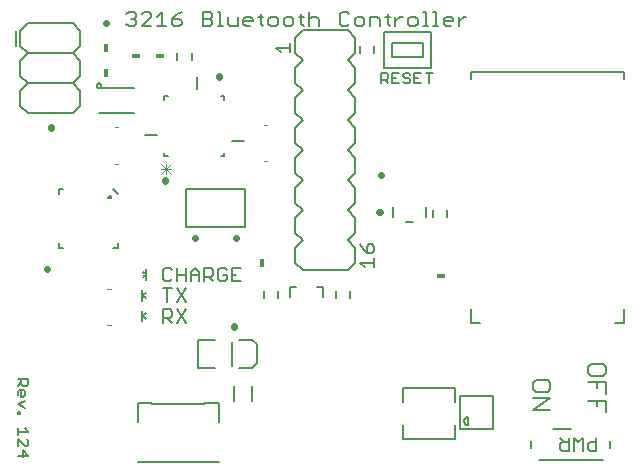
<source format=gto>
G75*
G70*
%OFA0B0*%
%FSLAX24Y24*%
%IPPOS*%
%LPD*%
%AMOC8*
5,1,8,0,0,1.08239X$1,22.5*
%
%ADD10C,0.0050*%
%ADD11C,0.0060*%
%ADD12C,0.0080*%
%ADD13C,0.0070*%
%ADD14C,0.0220*%
%ADD15R,0.0180X0.0300*%
%ADD16C,0.0030*%
%ADD17C,0.0040*%
%ADD18R,0.0300X0.0180*%
D10*
X000365Y000930D02*
X000715Y000930D01*
X000540Y001105D01*
X000540Y000872D01*
X000599Y001240D02*
X000657Y001240D01*
X000715Y001298D01*
X000715Y001415D01*
X000657Y001473D01*
X000599Y001240D02*
X000365Y001473D01*
X000365Y001240D01*
X000365Y001608D02*
X000365Y001842D01*
X000365Y001725D02*
X000715Y001725D01*
X000599Y001842D01*
X000423Y002336D02*
X000365Y002336D01*
X000365Y002394D01*
X000423Y002394D01*
X000423Y002336D01*
X000599Y002529D02*
X000365Y002646D01*
X000599Y002763D01*
X000540Y002897D02*
X000482Y002897D01*
X000482Y003131D01*
X000540Y003131D02*
X000599Y003072D01*
X000599Y002956D01*
X000540Y002897D01*
X000365Y002956D02*
X000365Y003072D01*
X000423Y003131D01*
X000540Y003131D01*
X000540Y003266D02*
X000482Y003324D01*
X000482Y003499D01*
X000482Y003382D02*
X000365Y003266D01*
X000540Y003266D02*
X000657Y003266D01*
X000715Y003324D01*
X000715Y003499D01*
X000365Y003499D01*
X001725Y007849D02*
X001725Y008007D01*
X001725Y007849D02*
X001882Y007849D01*
X003536Y007849D02*
X003693Y007849D01*
X003693Y008007D01*
X003379Y009542D02*
X003381Y009554D01*
X003386Y009565D01*
X003395Y009574D01*
X003406Y009579D01*
X003418Y009581D01*
X003430Y009579D01*
X003441Y009574D01*
X003450Y009565D01*
X003455Y009554D01*
X003457Y009542D01*
X003455Y009530D01*
X003450Y009519D01*
X003441Y009510D01*
X003430Y009505D01*
X003418Y009503D01*
X003406Y009505D01*
X003395Y009510D01*
X003386Y009519D01*
X003381Y009530D01*
X003379Y009542D01*
X003536Y009818D02*
X003693Y009660D01*
X001882Y009818D02*
X001725Y009818D01*
X001725Y009660D01*
X005977Y009828D02*
X005977Y008568D01*
X007945Y008568D01*
X007945Y009828D01*
X005977Y009828D01*
X003073Y013184D02*
X003054Y013184D01*
X008977Y014524D02*
X009428Y014524D01*
X009428Y014374D02*
X009428Y014674D01*
X009128Y014374D02*
X008977Y014524D01*
X012477Y013691D02*
X012477Y013341D01*
X012477Y013458D02*
X012652Y013458D01*
X012710Y013516D01*
X012710Y013633D01*
X012652Y013691D01*
X012477Y013691D01*
X012561Y013863D02*
X012561Y015044D01*
X014136Y015044D01*
X014136Y013863D01*
X012561Y013863D01*
X012845Y013691D02*
X012845Y013341D01*
X013078Y013341D01*
X013213Y013399D02*
X013272Y013341D01*
X013388Y013341D01*
X013447Y013399D01*
X013447Y013458D01*
X013388Y013516D01*
X013272Y013516D01*
X013213Y013575D01*
X013213Y013633D01*
X013272Y013691D01*
X013388Y013691D01*
X013447Y013633D01*
X013582Y013691D02*
X013582Y013341D01*
X013815Y013341D01*
X013698Y013516D02*
X013582Y013516D01*
X013582Y013691D02*
X013815Y013691D01*
X013950Y013691D02*
X014183Y013691D01*
X014067Y013691D02*
X014067Y013341D01*
X013861Y014217D02*
X012837Y014217D01*
X012837Y014690D01*
X013861Y014690D01*
X013861Y014217D01*
X013078Y013691D02*
X012845Y013691D01*
X012845Y013516D02*
X012962Y013516D01*
X012710Y013341D02*
X012593Y013458D01*
X012153Y007974D02*
X012078Y007974D01*
X012003Y007899D01*
X012003Y007674D01*
X012153Y007674D01*
X012228Y007749D01*
X012228Y007899D01*
X012153Y007974D01*
X012003Y007674D02*
X011852Y007824D01*
X011777Y007974D01*
X012228Y007514D02*
X012228Y007213D01*
X012228Y007363D02*
X011777Y007363D01*
X011928Y007213D01*
X007485Y004726D02*
X007485Y003926D01*
D11*
X005954Y005369D02*
X005660Y005810D01*
X005493Y005736D02*
X005493Y005590D01*
X005420Y005516D01*
X005200Y005516D01*
X005346Y005516D02*
X005493Y005369D01*
X005660Y005369D02*
X005954Y005810D01*
X005954Y006068D02*
X005660Y006509D01*
X005493Y006509D02*
X005200Y006509D01*
X005346Y006509D02*
X005346Y006068D01*
X005660Y006068D02*
X005954Y006509D01*
X005954Y006747D02*
X005954Y007188D01*
X005954Y006968D02*
X005660Y006968D01*
X005660Y007188D02*
X005660Y006747D01*
X005493Y006821D02*
X005420Y006747D01*
X005273Y006747D01*
X005200Y006821D01*
X005200Y007114D01*
X005273Y007188D01*
X005420Y007188D01*
X005493Y007114D01*
X006120Y007041D02*
X006120Y006747D01*
X006120Y006968D02*
X006414Y006968D01*
X006414Y007041D02*
X006414Y006747D01*
X006581Y006747D02*
X006581Y007188D01*
X006801Y007188D01*
X006874Y007114D01*
X006874Y006968D01*
X006801Y006894D01*
X006581Y006894D01*
X006728Y006894D02*
X006874Y006747D01*
X007041Y006821D02*
X007115Y006747D01*
X007261Y006747D01*
X007335Y006821D01*
X007335Y006968D01*
X007188Y006968D01*
X007041Y007114D02*
X007041Y006821D01*
X007041Y007114D02*
X007115Y007188D01*
X007261Y007188D01*
X007335Y007114D01*
X007502Y007188D02*
X007502Y006747D01*
X007795Y006747D01*
X007648Y006968D02*
X007502Y006968D01*
X007502Y007188D02*
X007795Y007188D01*
X008559Y006411D02*
X008559Y006175D01*
X009032Y006175D02*
X009032Y006411D01*
X009417Y006553D02*
X009417Y006233D01*
X009417Y006553D02*
X009637Y006553D01*
X010317Y006553D02*
X010537Y006553D01*
X010537Y006233D01*
X010971Y006175D02*
X010971Y006411D01*
X011443Y006411D02*
X011443Y006175D01*
X011353Y007109D02*
X009853Y007109D01*
X009603Y007359D01*
X009603Y007859D01*
X009853Y008109D01*
X009603Y008359D01*
X009603Y008859D01*
X009853Y009109D01*
X009603Y009359D01*
X009603Y009859D01*
X009853Y010109D01*
X009603Y010359D01*
X009603Y010859D01*
X009853Y011109D01*
X009603Y011359D01*
X009603Y011859D01*
X009853Y012109D01*
X009603Y012359D01*
X009603Y012859D01*
X009853Y013109D01*
X009603Y013359D01*
X009603Y013859D01*
X009853Y014109D01*
X009603Y014359D01*
X009603Y014859D01*
X009853Y015109D01*
X011353Y015109D01*
X011603Y014859D01*
X011603Y014359D01*
X011353Y014109D01*
X011603Y013859D01*
X011603Y013359D01*
X011353Y013109D01*
X011603Y012859D01*
X011603Y012359D01*
X011353Y012109D01*
X011603Y011859D01*
X011603Y011359D01*
X011353Y011109D01*
X011603Y010859D01*
X011603Y010359D01*
X011353Y010109D01*
X011603Y009859D01*
X011603Y009359D01*
X011353Y009109D01*
X011603Y008859D01*
X011603Y008359D01*
X011353Y008109D01*
X011603Y007859D01*
X011603Y007359D01*
X011353Y007109D01*
X014185Y008885D02*
X014185Y009121D01*
X014658Y009121D02*
X014658Y008885D01*
X007903Y011414D02*
X007503Y011414D01*
X007243Y011034D02*
X007243Y010914D01*
X007123Y010914D01*
X005363Y010914D02*
X005243Y010914D01*
X005243Y011034D01*
X004983Y011614D02*
X004583Y011614D01*
X005243Y012794D02*
X005243Y012914D01*
X005363Y012914D01*
X006343Y013164D02*
X006343Y013564D01*
X006154Y014129D02*
X006154Y014365D01*
X005681Y014365D02*
X005681Y014129D01*
X007123Y012914D02*
X007243Y012914D01*
X007243Y012794D01*
X011756Y014345D02*
X011756Y014581D01*
X012229Y014581D02*
X012229Y014345D01*
X006267Y007188D02*
X006414Y007041D01*
X006267Y007188D02*
X006120Y007041D01*
X005420Y005810D02*
X005200Y005810D01*
X005200Y005369D01*
X005493Y005736D02*
X005420Y005810D01*
X018429Y001530D02*
X018576Y001383D01*
X018503Y001383D02*
X018723Y001383D01*
X018723Y001530D02*
X018723Y001089D01*
X018503Y001089D01*
X018429Y001163D01*
X018429Y001310D01*
X018503Y001383D01*
X018890Y001530D02*
X018890Y001089D01*
X019183Y001089D02*
X019183Y001530D01*
X019036Y001383D01*
X018890Y001530D01*
X019350Y001310D02*
X019423Y001383D01*
X019644Y001383D01*
X019644Y001530D02*
X019644Y001089D01*
X019423Y001089D01*
X019350Y001163D01*
X019350Y001310D01*
D12*
X019851Y000782D02*
X017725Y000782D01*
X017469Y001176D02*
X017469Y001412D01*
X018197Y001806D02*
X018788Y001806D01*
X018114Y002457D02*
X017533Y002457D01*
X018114Y002844D01*
X017533Y002844D01*
X017630Y003064D02*
X017533Y003161D01*
X017533Y003355D01*
X017630Y003451D01*
X018017Y003451D01*
X018114Y003355D01*
X018114Y003161D01*
X018017Y003064D01*
X017630Y003064D01*
X016205Y002936D02*
X016205Y001833D01*
X015103Y001833D01*
X015103Y002936D01*
X016205Y002936D01*
X015378Y002227D02*
X015378Y001952D01*
X015378Y001951D02*
X015355Y001953D01*
X015333Y001958D01*
X015312Y001968D01*
X015293Y001980D01*
X015276Y001996D01*
X015262Y002014D01*
X015252Y002034D01*
X015244Y002055D01*
X015240Y002078D01*
X015240Y002100D01*
X015244Y002123D01*
X015252Y002144D01*
X015262Y002164D01*
X015276Y002182D01*
X015293Y002198D01*
X015312Y002210D01*
X015333Y002220D01*
X015355Y002225D01*
X015378Y002227D01*
X014926Y001956D02*
X014926Y001471D01*
X013201Y001471D01*
X013201Y001956D01*
X013201Y002711D02*
X013201Y003196D01*
X014926Y003196D01*
X014926Y002711D01*
X015455Y005369D02*
X015770Y005369D01*
X015455Y005369D02*
X015455Y005822D01*
X013527Y008723D02*
X013316Y008723D01*
X012862Y008873D02*
X012862Y009211D01*
X013982Y009211D02*
X013982Y008873D01*
X008319Y004641D02*
X008162Y004798D01*
X007729Y004798D01*
X008319Y004641D02*
X008319Y004011D01*
X008162Y003853D01*
X007729Y003853D01*
X007567Y003237D02*
X007567Y002737D01*
X007054Y002672D02*
X007054Y002042D01*
X007054Y002672D02*
X006581Y002672D01*
X006561Y002660D01*
X004829Y002660D01*
X004849Y002672D01*
X004376Y002672D01*
X004376Y002042D01*
X004376Y000704D02*
X007054Y000704D01*
X008167Y002737D02*
X008167Y003237D01*
X006941Y003853D02*
X006351Y003853D01*
X006351Y004798D01*
X006941Y004798D01*
X004634Y005499D02*
X004518Y005575D01*
X004512Y005585D02*
X004634Y005677D01*
X004512Y005767D02*
X004512Y005585D01*
X004512Y005404D01*
X004512Y006093D02*
X004512Y006274D01*
X004634Y006366D01*
X004512Y006456D02*
X004512Y006274D01*
X004518Y006264D02*
X004634Y006188D01*
X004646Y006782D02*
X004646Y006963D01*
X004524Y006871D01*
X004646Y006963D02*
X004646Y007144D01*
X004524Y007049D02*
X004640Y006973D01*
X004235Y012357D02*
X003054Y012357D01*
X002447Y012595D02*
X002197Y012345D01*
X000697Y012345D01*
X000447Y012595D01*
X000447Y013095D01*
X000697Y013345D01*
X002197Y013345D01*
X002447Y013095D01*
X002447Y012595D01*
X003073Y013184D02*
X004235Y013184D01*
X003073Y013185D02*
X003090Y013189D01*
X003106Y013197D01*
X003119Y013208D01*
X003130Y013222D01*
X003138Y013237D01*
X003142Y013255D01*
X003141Y013272D01*
X003137Y013289D01*
X003130Y013305D01*
X003119Y013319D01*
X003105Y013330D01*
X003089Y013338D01*
X003072Y013342D01*
X003054Y013342D01*
X003037Y013338D01*
X003021Y013330D01*
X003007Y013319D01*
X002996Y013305D01*
X002989Y013289D01*
X002985Y013272D01*
X002984Y013255D01*
X002988Y013237D01*
X002996Y013222D01*
X003007Y013208D01*
X003020Y013197D01*
X003036Y013189D01*
X003053Y013185D01*
X002447Y013595D02*
X002197Y013345D01*
X002447Y013595D02*
X002447Y014095D01*
X002197Y014345D01*
X000697Y014345D01*
X000447Y014095D01*
X000447Y013595D01*
X000697Y013345D01*
X000697Y014345D02*
X000447Y014595D01*
X000447Y015095D01*
X000697Y015345D01*
X002197Y015345D01*
X002447Y015095D01*
X002447Y014595D01*
X002197Y014345D01*
X000315Y014595D02*
X000315Y015095D01*
X015455Y013709D02*
X015455Y013499D01*
X015455Y013709D02*
X020573Y013709D01*
X020573Y013499D01*
X020573Y005822D02*
X020573Y005369D01*
X020258Y005369D01*
X019861Y003981D02*
X019474Y003981D01*
X019377Y003885D01*
X019377Y003691D01*
X019474Y003594D01*
X019861Y003594D01*
X019958Y003691D01*
X019958Y003885D01*
X019861Y003981D01*
X019958Y003374D02*
X019377Y003374D01*
X019668Y003374D02*
X019668Y003180D01*
X019958Y003374D02*
X019958Y002987D01*
X019958Y002766D02*
X019958Y002379D01*
X019668Y002573D02*
X019668Y002766D01*
X019958Y002766D02*
X019377Y002766D01*
X020107Y001412D02*
X020107Y001176D01*
D13*
X015060Y015246D02*
X015060Y015567D01*
X015060Y015406D02*
X015221Y015567D01*
X015301Y015567D01*
X014874Y015487D02*
X014874Y015406D01*
X014553Y015406D01*
X014553Y015326D02*
X014553Y015487D01*
X014633Y015567D01*
X014794Y015567D01*
X014874Y015487D01*
X014794Y015246D02*
X014633Y015246D01*
X014553Y015326D01*
X014375Y015246D02*
X014214Y015246D01*
X014295Y015246D02*
X014295Y015727D01*
X014214Y015727D01*
X013956Y015727D02*
X013956Y015246D01*
X013876Y015246D02*
X014037Y015246D01*
X013690Y015326D02*
X013690Y015487D01*
X013609Y015567D01*
X013449Y015567D01*
X013369Y015487D01*
X013369Y015326D01*
X013449Y015246D01*
X013609Y015246D01*
X013690Y015326D01*
X013876Y015727D02*
X013956Y015727D01*
X013186Y015567D02*
X013106Y015567D01*
X012946Y015406D01*
X012946Y015246D02*
X012946Y015567D01*
X012768Y015567D02*
X012607Y015567D01*
X012688Y015647D02*
X012688Y015326D01*
X012768Y015246D01*
X012421Y015246D02*
X012421Y015487D01*
X012341Y015567D01*
X012100Y015567D01*
X012100Y015246D01*
X011913Y015326D02*
X011913Y015487D01*
X011833Y015567D01*
X011672Y015567D01*
X011592Y015487D01*
X011592Y015326D01*
X011672Y015246D01*
X011833Y015246D01*
X011913Y015326D01*
X011406Y015326D02*
X011325Y015246D01*
X011165Y015246D01*
X011085Y015326D01*
X011085Y015647D01*
X011165Y015727D01*
X011325Y015727D01*
X011406Y015647D01*
X010391Y015487D02*
X010391Y015246D01*
X010391Y015487D02*
X010310Y015567D01*
X010150Y015567D01*
X010070Y015487D01*
X009892Y015567D02*
X009731Y015567D01*
X009812Y015647D02*
X009812Y015326D01*
X009892Y015246D01*
X010070Y015246D02*
X010070Y015727D01*
X009545Y015487D02*
X009545Y015326D01*
X009465Y015246D01*
X009304Y015246D01*
X009224Y015326D01*
X009224Y015487D01*
X009304Y015567D01*
X009465Y015567D01*
X009545Y015487D01*
X009037Y015487D02*
X009037Y015326D01*
X008957Y015246D01*
X008797Y015246D01*
X008716Y015326D01*
X008716Y015487D01*
X008797Y015567D01*
X008957Y015567D01*
X009037Y015487D01*
X008538Y015567D02*
X008378Y015567D01*
X008458Y015647D02*
X008458Y015326D01*
X008538Y015246D01*
X008191Y015406D02*
X008191Y015487D01*
X008111Y015567D01*
X007951Y015567D01*
X007870Y015487D01*
X007870Y015326D01*
X007951Y015246D01*
X008111Y015246D01*
X008191Y015406D02*
X007870Y015406D01*
X007684Y015246D02*
X007684Y015567D01*
X007363Y015567D02*
X007363Y015326D01*
X007443Y015246D01*
X007684Y015246D01*
X007185Y015246D02*
X007025Y015246D01*
X007105Y015246D02*
X007105Y015727D01*
X007025Y015727D01*
X006838Y015647D02*
X006838Y015567D01*
X006758Y015487D01*
X006517Y015487D01*
X006517Y015727D02*
X006758Y015727D01*
X006838Y015647D01*
X006758Y015487D02*
X006838Y015406D01*
X006838Y015326D01*
X006758Y015246D01*
X006517Y015246D01*
X006517Y015727D01*
X005823Y015727D02*
X005662Y015647D01*
X005502Y015487D01*
X005743Y015487D01*
X005823Y015406D01*
X005823Y015326D01*
X005743Y015246D01*
X005582Y015246D01*
X005502Y015326D01*
X005502Y015487D01*
X005316Y015246D02*
X004994Y015246D01*
X005155Y015246D02*
X005155Y015727D01*
X004994Y015567D01*
X004808Y015567D02*
X004808Y015647D01*
X004728Y015727D01*
X004567Y015727D01*
X004487Y015647D01*
X004300Y015647D02*
X004300Y015567D01*
X004220Y015487D01*
X004300Y015406D01*
X004300Y015326D01*
X004220Y015246D01*
X004060Y015246D01*
X003979Y015326D01*
X004140Y015487D02*
X004220Y015487D01*
X004300Y015647D02*
X004220Y015727D01*
X004060Y015727D01*
X003979Y015647D01*
X004487Y015246D02*
X004808Y015567D01*
X004808Y015246D02*
X004487Y015246D01*
D14*
X003300Y015337D02*
X003300Y015361D01*
X007070Y013576D02*
X007070Y013552D01*
X005262Y010125D02*
X005262Y010101D01*
X006252Y008196D02*
X006252Y008172D01*
X007630Y008172D02*
X007630Y008196D01*
X007561Y005243D02*
X007561Y005219D01*
X012410Y009042D02*
X012434Y009042D01*
X012473Y010278D02*
X012473Y010302D01*
X001457Y011855D02*
X001457Y011879D01*
X001343Y007160D02*
X001319Y007160D01*
D15*
X008506Y007337D03*
X003300Y013696D03*
X003300Y014522D03*
D16*
X005146Y010643D02*
X005459Y010329D01*
X005302Y010329D02*
X005302Y010643D01*
X005459Y010643D02*
X005146Y010329D01*
X005146Y010486D02*
X005459Y010486D01*
D17*
X003703Y010664D02*
X003585Y010664D01*
X003585Y011885D02*
X003703Y011885D01*
X008556Y011963D02*
X008674Y011963D01*
X008674Y010743D02*
X008556Y010743D01*
X003457Y006491D02*
X003339Y006491D01*
X003339Y005270D02*
X003457Y005270D01*
D18*
X014456Y006924D03*
X005111Y014247D03*
X004304Y014247D03*
M02*

</source>
